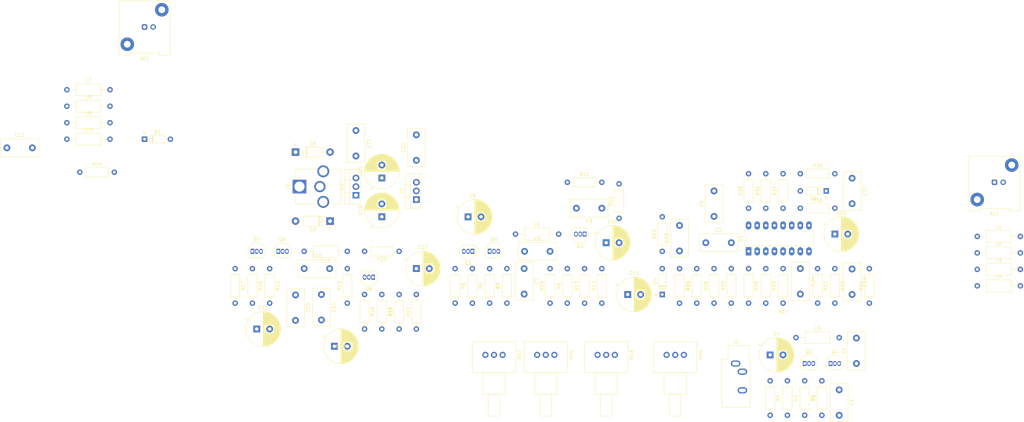
<source format=kicad_pcb>
(kicad_pcb (version 20221018) (generator pcbnew)
  (layers (0 "F.Cu" signal) (31 "B.Cu" signal) (34 "B.Paste" user) (35 "F.Paste" user) (36 "B.SilkS" user "B.Silkscreen") (37 "F.SilkS" user "F.Silkscreen") (38 "B.Mask" user) (39 "F.Mask" user) (44 "Edge.Cuts" user))
  (net 0 "")
  (net 1 "Net-(AE1-A)")
  (net 2 "Net-(AE2-A)")
  (net 3 "PitchAntenna")
  (net 4 "Detector")
  (net 5 "+12V")
  (net 6 "Net-(C3-Pad2)")
  (net 7 "Earth")
  (net 8 "Net-(Q3-C)")
  (net 9 "Net-(C9-Pad1)")
  (net 10 "Net-(C10-Pad1)")
  (net 11 "Net-(Q5-E)")
  (net 12 "Net-(D1-A)")
  (net 13 "Volume Antenna B")
  (net 14 "Net-(Q6-C)")
  (net 15 "Net-(Q7-B)")
  (net 16 "Net-(C16-Pad2)")
  (net 17 "Net-(Q8-E)")
  (net 18 "Net-(C17-Pad2)")
  (net 19 "Net-(D2-K)")
  (net 20 "Net-(D3-A)")
  (net 21 "-12V")
  (net 22 "Net-(U1C-+)")
  (net 23 "Net-(C24-Pad1)")
  (net 24 "Net-(C25-Pad1)")
  (net 25 "Net-(C25-Pad2)")
  (net 26 "Audio Out")
  (net 27 "Volume Antenna A")
  (net 28 "Net-(D1-K)")
  (net 29 "VAC")
  (net 30 "Net-(D5-K)")
  (net 31 "Net-(D5-A)")
  (net 32 "Net-(L1-Pad2)")
  (net 33 "Net-(L2-Pad2)")
  (net 34 "Net-(L3-Pad2)")
  (net 35 "Net-(L8-Pad2)")
  (net 36 "Net-(L10-Pad1)")
  (net 37 "Net-(Q1-E)")
  (net 38 "Net-(Q1-B)")
  (net 39 "Net-(Q2-B)")
  (net 40 "Net-(Q3-E)")
  (net 41 "Net-(Q3-B)")
  (net 42 "Net-(Q4-B)")
  (net 43 "Net-(Q5-B)")
  (net 44 "Net-(Q6-E)")
  (net 45 "Net-(Q6-B)")
  (net 46 "Net-(Q8-B)")
  (net 47 "Pitch Tuning")
  (net 48 "Volume Tuning")
  (net 49 "Net-(U1C--)")
  (net 50 "Brightness")
  (net 51 "Net-(U1C-DIODE_BIAS)")
  (net 52 "Waveform")
  (net 53 "Net-(R29-Pad1)")
  (net 54 "Net-(U1A-DIODE_BIAS)")
  (net 55 "Net-(R38-Pad2)")
  (footprint "Capacitor_THT:C_Disc_D11.0mm_W5.0mm_P7.50mm" (layer "F.Cu") (at 181.61 88.78 90)
    (fp_text reference "C6" (at 3.75 -3.75 90) (layer "F.SilkS"))
    (fp_text value "22pF")
    (pad "1" thru_hole circle (at 0 0 90) (size 2 2) (drill 1) (layers "*.Cu" "*.Mask") (net 8 "Net-(Q3-C)"))
    (pad "2" thru_hole circle (at 7.5 0 90) (size 2 2) (drill 1) (layers "*.Cu" "*.Mask") (net 4 "Detector"))
  )
  (footprint "Inductor_THT:L_Axial_L7.0mm_D3.3mm_P12.70mm_Horizontal_Fastron_MICC" (layer "F.Cu") (at -8.89 61.19)
    (fp_text reference "L9" (at 6.35 -2.77) (layer "F.SilkS"))
    (fp_text value "5mH")
    (pad "1" thru_hole circle (at 0 0) (size 1.6 1.6) (drill 0.8) (layers "*.Cu" "*.Mask") (net 35 "Net-(L8-Pad2)"))
    (pad "2" thru_hole oval (at 12.7 0) (size 1.6 1.6) (drill 0.8) (layers "*.Cu" "*.Mask") (net 36 "Net-(L10-Pad1)"))
  )
  (footprint "Capacitor_THT:C_Disc_D11.0mm_W5.0mm_P7.50mm" (layer "F.Cu") (at 93.98 72.26 90)
    (fp_text reference "C22" (at 3.75 -3.75 90) (layer "F.SilkS"))
    (fp_text value "0.1uF")
    (pad "1" thru_hole circle (at 0 0 90) (size 2 2) (drill 1) (layers "*.Cu" "*.Mask") (net 7 "Earth"))
    (pad "2" thru_hole circle (at 7.5 0 90) (size 2 2) (drill 1) (layers "*.Cu" "*.Mask") (net 21 "-12V"))
  )
  (footprint "Capacitor_THT:C_Disc_D11.0mm_W5.0mm_P7.50mm" (layer "F.Cu") (at 148.58 86.36 180)
    (fp_text reference "C9" (at 3.75 -3.75) (layer "F.SilkS"))
    (fp_text value "33pF")
    (pad "1" thru_hole circle (at 0 0 180) (size 2 2) (drill 1) (layers "*.Cu" "*.Mask") (net 9 "Net-(C9-Pad1)"))
    (pad "2" thru_hole circle (at 7.5 0 180) (size 2 2) (drill 1) (layers "*.Cu" "*.Mask") (net 8 "Net-(Q3-C)"))
  )
  (footprint "Resistor_THT:R_Axial_DIN0207_L6.3mm_D2.5mm_P10.16mm_Horizontal" (layer "F.Cu") (at 207.01 76.2)
    (fp_text reference "R35" (at 5.08 -2.37) (layer "F.SilkS"))
    (fp_text value "1.8M")
    (pad "1" thru_hole circle (at 0 0) (size 1.6 1.6) (drill 0.8) (layers "*.Cu" "*.Mask") (net 27 "Volume Antenna A"))
    (pad "2" thru_hole oval (at 10.16 0) (size 1.6 1.6) (drill 0.8) (layers "*.Cu" "*.Mask") (net 5 "+12V"))
  )
  (footprint "Resistor_THT:R_Axial_DIN0207_L6.3mm_D2.5mm_P10.16mm_Horizontal" (layer "F.Cu") (at 212.09 104.14 -90)
    (fp_text reference "R31" (at 5.08 -2.37 90) (layer "F.SilkS"))
    (fp_text value "4.7K")
    (pad "1" thru_hole circle (at 0 0 270) (size 1.6 1.6) (drill 0.8) (layers "*.Cu" "*.Mask") (net 23 "Net-(C24-Pad1)"))
    (pad "2" thru_hole oval (at 10.16 0 270) (size 1.6 1.6) (drill 0.8) (layers "*.Cu" "*.Mask") (net 7 "Earth"))
  )
  (footprint "Capacitor_THT:CP_Radial_D10.0mm_P3.80mm" (layer "F.Cu") (at 156.2 111.76)
    (fp_text reference "C11" (at 1.9 -6.25) (layer "F.SilkS"))
    (fp_text value "1uF")
    (pad "1" thru_hole rect (at 0 0) (size 2 2) (drill 1) (layers "*.Cu" "*.Mask") (net 11 "Net-(Q5-E)"))
    (pad "2" thru_hole circle (at 3.8 0) (size 2 2) (drill 1) (layers "*.Cu" "*.Mask") (net 7 "Earth"))
  )
  (footprint "Resistor_THT:R_Axial_DIN0207_L6.3mm_D2.5mm_P10.16mm_Horizontal" (layer "F.Cu") (at 166.37 99.06 90)
    (fp_text reference "R23" (at 5.08 -2.37 90) (layer "F.SilkS"))
    (fp_text value "10K")
    (pad "1" thru_hole circle (at 0 0 90) (size 1.6 1.6) (drill 0.8) (layers "*.Cu" "*.Mask") (net 4 "Detector"))
    (pad "2" thru_hole oval (at 10.16 0 90) (size 1.6 1.6) (drill 0.8) (layers "*.Cu" "*.Mask") (net 22 "Net-(U1C-+)"))
  )
  (footprint "Resistor_THT:R_Axial_DIN0207_L6.3mm_D2.5mm_P10.16mm_Horizontal" (layer "F.Cu") (at 181.610456 114.3 90)
    (fp_text reference "R26" (at 5.08 -2.37 90) (layer "F.SilkS"))
    (fp_text value "R_US")
    (pad "1" thru_hole circle (at 0 0 90) (size 1.6 1.6) (drill 0.8) (layers "*.Cu" "*.Mask") (net 7 "Earth"))
    (pad "2" thru_hole oval (at 10.16 0 90) (size 1.6 1.6) (drill 0.8) (layers "*.Cu" "*.Mask") (net 49 "Net-(U1C--)"))
  )
  (footprint "Resistor_THT:R_Axial_DIN0207_L6.3mm_D2.5mm_P10.16mm_Horizontal" (layer "F.Cu") (at 207.01 86.36)
    (fp_text reference "R33" (at 5.08 -2.37) (layer "F.SilkS"))
    (fp_text value "4.7K")
    (pad "1" thru_hole circle (at 0 0) (size 1.6 1.6) (drill 0.8) (layers "*.Cu" "*.Mask") (net 24 "Net-(C25-Pad1)"))
    (pad "2" thru_hole oval (at 10.16 0) (size 1.6 1.6) (drill 0.8) (layers "*.Cu" "*.Mask") (net 26 "Audio Out"))
  )
  (footprint "Potentiometer_THT:Potentiometer_Vishay_148-149_Single_Horizontal" (layer "F.Cu") (at 167.64 129.54 -90)
    (fp_text reference "RV4" (at 0 -10.04 90) (layer "F.SilkS"))
    (fp_text value "50K")
    (pad "1" thru_hole circle (at 0 0 270) (size 1.8 1.8) (drill 1) (layers "*.Cu" "*.Mask") (net 5 "+12V"))
    (pad "2" thru_hole circle (at 0 -2.54 270) (size 1.8 1.8) (drill 1) (layers "*.Cu" "*.Mask") (net 50 "Brightness"))
    (pad "3" thru_hole circle (at 0 -5.08 270) (size 1.8 1.8) (drill 1) (layers "*.Cu" "*.Mask") (net 7 "Earth"))
  )
  (footprint "Capacitor_THT:C_Disc_D11.0mm_W5.0mm_P7.50mm" (layer "F.Cu") (at 222.25 77.53 -90)
    (fp_text reference "C27" (at 3.75 -3.75 90) (layer "F.SilkS"))
    (fp_text value "0.1uF")
    (pad "1" thru_hole circle (at 0 0 270) (size 2 2) (drill 1) (layers "*.Cu" "*.Mask") (net 27 "Volume Antenna A"))
    (pad "2" thru_hole circle (at 7.5 0 270) (size 2 2) (drill 1) (layers "*.Cu" "*.Mask") (net 7 "Earth"))
  )
  (footprint "Inductor_THT:L_Axial_L7.0mm_D3.3mm_P12.70mm_Horizontal_Fastron_MICC" (layer "F.Cu") (at -8.89 56.34)
    (fp_text reference "L8" (at 6.35 -2.77) (layer "F.SilkS"))
    (fp_text value "2.5mH")
    (pad "1" thru_hole circle (at 0 0) (size 1.6 1.6) (drill 0.8) (layers "*.Cu" "*.Mask") (net 28 "Net-(D1-K)"))
    (pad "2" thru_hole oval (at 12.7 0) (size 1.6 1.6) (drill 0.8) (layers "*.Cu" "*.Mask") (net 35 "Net-(L8-Pad2)"))
  )
  (footprint "Resistor_THT:R_Axial_DIN0207_L6.3mm_D2.5mm_P10.16mm_Horizontal" (layer "F.Cu") (at 196.85 86.36 90)
    (fp_text reference "R36" (at 5.08 -2.37 90) (layer "F.SilkS"))
    (fp_text value "1.8M")
    (pad "1" thru_hole circle (at 0 0 90) (size 1.6 1.6) (drill 0.8) (layers "*.Cu" "*.Mask") (net 54 "Net-(U1A-DIODE_BIAS)"))
    (pad "2" thru_hole oval (at 10.16 0 90) (size 1.6 1.6) (drill 0.8) (layers "*.Cu" "*.Mask") (net 5 "+12V"))
  )
  (footprint "Capacitor_THT:C_Disc_D11.0mm_W5.0mm_P7.50mm" (layer "F.Cu") (at 222.25 104.26 -90)
    (fp_text reference "C26" (at 3.75 -3.75 90) (layer "F.SilkS"))
    (fp_text value "0.01uF")
    (pad "1" thru_hole circle (at 0 0 270) (size 2 2) (drill 1) (layers "*.Cu" "*.Mask") (net 26 "Audio Out"))
    (pad "2" thru_hole circle (at 7.5 0 270) (size 2 2) (drill 1) (layers "*.Cu" "*.Mask") (net 7 "Earth"))
  )
  (footprint "Capacitor_THT:C_Disc_D11.0mm_W5.0mm_P7.50mm" (layer "F.Cu") (at 171.45 98.94 90)
    (fp_text reference "C23" (at 3.75 -3.75 90) (layer "F.SilkS"))
    (fp_text value "4700pF")
    (pad "1" thru_hole circle (at 0 0 90) (size 2 2) (drill 1) (layers "*.Cu" "*.Mask") (net 22 "Net-(U1C-+)"))
    (pad "2" thru_hole circle (at 7.5 0 90) (size 2 2) (drill 1) (layers "*.Cu" "*.Mask") (net 7 "Earth"))
  )
  (footprint "Resistor_THT:R_Axial_DIN0207_L6.3mm_D2.5mm_P10.16mm_Horizontal" (layer "F.Cu") (at 93.98 121.92 90)
    (fp_text reference "R22" (at 5.08 -2.37 90) (layer "F.SilkS"))
    (fp_text value "10K")
    (pad "1" thru_hole circle (at 0 0 90) (size 1.6 1.6) (drill 0.8) (layers "*.Cu" "*.Mask") (net 21 "-12V"))
    (pad "2" thru_hole oval (at 10.16 0 90) (size 1.6 1.6) (drill 0.8) (layers "*.Cu" "*.Mask") (net 18 "Net-(C17-Pad2)"))
  )
  (footprint "Resistor_THT:R_Axial_DIN0207_L6.3mm_D2.5mm_P10.16mm_Horizontal" (layer "F.Cu") (at 105.39 104.14 -90)
    (fp_text reference "R8" (at 5.08 -2.37 90) (layer "F.SilkS"))
    (fp_text value "1K")
    (pad "1" thru_hole circle (at 0 0 270) (size 1.6 1.6) (drill 0.8) (layers "*.Cu" "*.Mask") (net 42 "Net-(Q4-B)"))
    (pad "2" thru_hole oval (at 10.16 0 270) (size 1.6 1.6) (drill 0.8) (layers "*.Cu" "*.Mask") (net 7 "Earth"))
  )
  (footprint "Connector_Audio:Jack_3.5mm_CUI_SJ1-3533NG_Horizontal" (layer "F.Cu") (at 187.96 132.08)
    (fp_text reference "J1" (at 0.1 -6.45) (layer "F.SilkS"))
    (fp_text value "Audio Out")
    (pad "R" thru_hole oval (at 2 7.9) (size 2.8 1.8) (drill oval 2 1) (layers "*.Cu" "*.Mask"))
    (pad "S" thru_hole oval (at 0 0) (size 2.8 1.8) (drill oval 2 1) (layers "*.Cu" "*.Mask") (net 7 "Earth"))
    (pad "T" thru_hole oval (at 2 2.4) (size 2.8 1.8) (drill oval 2 1) (layers "*.Cu" "*.Mask") (net 26 "Audio Out"))
  )
  (footprint "Capacitor_THT:CP_Radial_D10.0mm_P3.80mm" (layer "F.Cu") (at 69.86 127)
    (fp_text reference "C18" (at 1.9 0) (layer "F.SilkS"))
    (fp_text value "1uF")
    (pad "1" thru_hole rect (at 0 0) (size 2 2) (drill 1) (layers "*.Cu" "*.Mask") (net 17 "Net-(Q8-E)"))
    (pad "2" thru_hole circle (at 3.8 0) (size 2 2) (drill 1) (layers "*.Cu" "*.Mask") (net 7 "Earth"))
  )
  (footprint "Package_TO_SOT_THT:TO-220-3_Vertical" (layer "F.Cu") (at 93.98 83.82 90)
    (fp_text reference "U2" (at 2.54 -4.27 90) (layer "F.SilkS"))
    (fp_text value "L7812")
    (pad "1" thru_hole rect (at 0 0 90) (size 1.905 2) (drill 1.1) (layers "*.Cu" "*.Mask") (net 19 "Net-(D2-K)"))
    (pad "2" thru_hole oval (at 2.54 0 90) (size 1.905 2) (drill 1.1) (layers "*.Cu" "*.Mask") (net 7 "Earth"))
    (pad "3" thru_hole oval (at 5.08 0 90) (size 1.905 2) (drill 1.1) (layers "*.Cu" "*.Mask") (net 5 "+12V"))
  )
  (footprint "Potentiometer_THT:Potentiometer_Vishay_148-149_Single_Horizontal" (layer "F.Cu") (at 147.32 129.54 -90)
    (fp_text reference "RV3" (at 0 -10.04 90) (layer "F.SilkS"))
    (fp_text value "50K")
    (pad "1" thru_hole circle (at 0 0 270) (size 1.8 1.8) (drill 1) (layers "*.Cu" "*.Mask") (net 7 "Earth"))
    (pad "2" thru_hole circle (at 0 -2.54 270) (size 1.8 1.8) (drill 1) (layers "*.Cu" "*.Mask") (net 52 "Waveform"))
    (pad "3" thru_hole circle (at 0 -5.08 270) (size 1.8 1.8) (drill 1) (layers "*.Cu" "*.Mask") (net 21 "-12V"))
  )
  (footprint "Resistor_THT:R_Axial_DIN0207_L6.3mm_D2.5mm_P10.16mm_Horizontal" (layer "F.Cu") (at 201.93 114.3 90)
    (fp_text reference "R27" (at -2.54 0) (layer "F.SilkS"))
    (fp_text value "100K")
    (pad "1" thru_hole circle (at 0 0 90) (size 1.6 1.6) (drill 0.8) (layers "*.Cu" "*.Mask") (net 50 "Brightness"))
    (pad "2" thru_hole oval (at 10.16 0 90) (size 1.6 1.6) (drill 0.8) (layers "*.Cu" "*.Mask") (net 51 "Net-(U1C-DIODE_BIAS)"))
  )
  (footprint "Package_TO_SOT_THT:TO-92_Inline" (layer "F.Cu") (at 143.5 93.98 180)
    (fp_text reference "Q5" (at 1.27 -3.56) (layer "F.SilkS"))
    (fp_text value "2N3904")
    (pad "1" thru_hole rect (at 0 0 180) (size 1.05 1.5) (drill 0.75) (layers "*.Cu" "*.Mask") (net 11 "Net-(Q5-E)"))
    (pad "2" thru_hole oval (at 1.27 0 180) (size 1.05 1.5) (drill 0.75) (layers "*.Cu" "*.Mask") (net 43 "Net-(Q5-B)"))
    (pad "3" thru_hole oval (at 2.54 0 180) (size 1.05 1.5) (drill 0.75) (layers "*.Cu" "*.Mask") (net 8 "Net-(Q3-C)"))
  )
  (footprint "Inductor_THT:L_Axial_L7.0mm_D3.3mm_P12.70mm_Horizontal_Fastron_MICC" (layer "F.Cu") (at 205.74 124.46)
    (fp_text reference "L5" (at 6.35 -2.77) (layer "F.SilkS"))
    (fp_text value "100uH")
    (pad "1" thru_hole circle (at 0 0) (size 1.6 1.6) (drill 0.8) (layers "*.Cu" "*.Mask") (net 5 "+12V"))
    (pad "2" thru_hole oval (at 12.7 0) (size 1.6 1.6) (drill 0.8) (layers "*.Cu" "*.Mask") (net 3 "PitchAntenna"))
  )
  (footprint "Capacitor_THT:C_Disc_D11.0mm_W5.0mm_P7.50mm" (layer "F.Cu") (at 218.44 139.82 -90)
    (fp_text reference "C3" (at 3.75 -3.75 90) (layer "F.SilkS"))
    (fp_text value "0.01uF")
    (pad "1" thru_hole circle (at 0 0 270) (size 2 2) (drill 1) (layers "*.Cu" "*.Mask") (net 3 "PitchAntenna"))
    (pad "2" thru_hole circle (at 7.5 0 270) (size 2 2) (drill 1) (layers "*.Cu" "*.Mask") (net 6 "Net-(C3-Pad2)"))
  )
  (footprint "Connector_Coaxial:BNC_Amphenol_031-5539_Vertical" (layer "F.Cu") (at 13.97 33.02)
    (fp_text reference "AE1" (at 0 9.25 180) (layer "F.SilkS"))
    (fp_text value "Antenna")
    (pad "" thru_hole circle (at -5.08 5.08 180) (size 4 4) (drill 2) (layers "*.Cu" "*.Mask"))
    (pad "" thru_hole circle (at 5.08 -5.08 180) (size 4 4) (drill 2) (layers "*.Cu" "*.Mask"))
    (pad "1" thru_hole roundrect (at 0 0 180) (size 1.6 1.6) (drill 0.9) (layers "*.Cu" "*.Mask") (net 1 "Net-(AE1-A)"))
    (pad "2" thru_hole circle (at 2.54 0 180) (size 1.6 1.6) (drill 0.9) (layers "*.Cu" "*.Mask"))
  )
  (footprint "Resistor_THT:R_Axial_DIN0207_L6.3mm_D2.5mm_P10.16mm_Horizontal" (layer "F.Cu") (at 40.64 104.14 -90)
    (fp_text reference "R17" (at 5.08 -2.37 90) (layer "F.SilkS"))
    (fp_text value "470")
    (pad "1" thru_hole circle (at 0 0 270) (size 1.6 1.6) (drill 0.8) (layers "*.Cu" "*.Mask") (net 13 "Volume Antenna B"))
    (pad "2" thru_hole oval (at 10.16 0 270) (size 1.6 1.6) (drill 0.8) (layers "*.Cu" "*.Mask") (net 7 "Earth"))
  )
  (footprint "Capacitor_THT:C_Disc_D11.0mm_W5.0mm_P7.50mm" (layer "F.Cu") (at 223.52 132.08 90)
    (fp_text reference "C1" (at 3.75 -3.75 90) (layer "F.SilkS"))
    (fp_text value "22pF")
    (pad "1" thru_hole circle (at 0 0 90) (size 2 2) (drill 1) (layers "*.Cu" "*.Mask") (net 3 "PitchAntenna"))
    (pad "2" thru_hole circle (at 7.5 0 90) (size 2 2) (drill 1) (layers "*.Cu" "*.Mask") (net 4 "Detector"))
  )
  (footprint "Package_TO_SOT_THT:TO-220-3_Vertical" (layer "F.Cu") (at 76.2 82.54 90)
    (fp_text reference "U3" (at 2.54 -4.27 90) (layer "F.SilkS"))
    (fp_text value "L7912")
    (pad "1" thru_hole rect (at 0 0 90) (size 1.905 2) (drill 1.1) (layers "*.Cu" "*.Mask") (net 7 "Earth"))
    (pad "2" thru_hole oval (at 2.54 0 90) (size 1.905 2) (drill 1.1) (layers "*.Cu" "*.Mask") (net 20 "Net-(D3-A)"))
    (pad "3" thru_hole oval (at 5.08 0 90) (size 1.905 2) (drill 1.1) (layers "*.Cu" "*.Mask") (net 21 "-12V"))
  )
  (footprint "Resistor_THT:R_Axial_DIN0207_L6.3mm_D2.5mm_P10.16mm_Horizontal" (layer "F.Cu") (at 201.93 86.36 90)
    (fp_text reference "R37" (at 5.08 -2.37 90) (layer "F.SilkS"))
    (fp_text value "4.7M")
    (pad "1" thru_hole circle (at 0 0 90) (size 1.6 1.6) (drill 0.8) (layers "*.Cu" "*.Mask") (net 31 "Net-(D5-A)"))
    (pad "2" thru_hole oval (at 10.16 0 90) (size 1.6 1.6) (drill 0.8) (layers "*.Cu" "*.Mask") (net 27 "Volume Antenna A"))
  )
  (footprint "Resistor_THT:R_Axial_DIN0207_L6.3mm_D2.5mm_P10.16mm_Horizontal" (layer "F.Cu") (at 198.12 137.16 -90)
    (fp_text reference "R4" (at 5.08 -2.37 90) (layer "F.SilkS"))
    (fp_text value "1K")
    (pad "1" thru_hole circle (at 0 0 270) (size 1.6 1.6) (drill 0.8) (layers "*.Cu" "*.Mask") (net 39 "Net-(Q2-B)"))
    (pad "2" thru_hole oval (at 10.16 0 270) (size 1.6 1.6) (drill 0.8) (layers "*.Cu" "*.Mask") (net 7 "Earth"))
  )
  (footprint "Capacitor_THT:C_Disc_D11.0mm_W5.0mm_P7.50mm" (layer "F.Cu") (at 60.96 104.14)
    (fp_text reference "C16" (at 3.75 -3.75) (layer "F.SilkS"))
    (fp_text value "22pF")
    (pad "1" thru_hole circle (at 0 0) (size 2 2) (drill 1) (layers "*.Cu" "*.Mask") (net 14 "Net-(Q6-C)"))
    (pad "2" thru_hole circle (at 7.5 0) (size 2 2) (drill 1) (layers "*.Cu" "*.Mask") (net 16 "Net-(C16-Pad2)"))
  )
  (footprint "Diode_THT:D_DO-35_SOD27_P7.62mm_Horizontal" (layer "F.Cu") (at 13.97 66.04)
    (fp_text reference "D1" (at 3.81 -2.12) (layer "F.SilkS"))
    (fp_text value "1N4148")
    (fp_text user "K" (at 0 -1.8) (layer "F.SilkS"))
    (pad "1" thru_hole rect (at 0 0) (size 1.6 1.6) (drill 0.8) (layers "*.Cu" "*.Mask") (net 28 "Net-(D1-K)"))
    (pad "2" thru_hole oval (at 7.62 0) (size 1.6 1.6) (drill 0.8) (layers "*.Cu" "*.Mask") (net 12 "Net-(D1-A)"))
  )
  (footprint "Resistor_THT:R_Axial_DIN0207_L6.3mm_D2.5mm_P10.16mm_Horizontal" (layer "F.Cu") (at 203.2 137.16 -90)
    (fp_text reference "R2" (at 5.08 -2.37 90) (layer "F.SilkS"))
    (fp_text value "2.2K")
    (pad "1" thru_hole circle (at 0 0 270) (size 1.6 1.6) (drill 0.8) (layers "*.Cu" "*.Mask") (net 37 "Net-(Q1-E)"))
    (pad "2" thru_hole oval (at 10.16 0 270) (size 1.6 1.6) (drill 0.8) (layers "*.Cu" "*.Mask") (net 21 "-12V"))
  )
  (footprint "Capacitor_THT:C_Disc_D11.0mm_W5.0mm_P7.50mm" (layer "F.Cu") (at 66.04 111.76 -90)
    (fp_text reference "C14" (at 3.75 -3.75 90) (layer "F.SilkS"))
    (fp_text value "2200pF")
    (pad "1" thru_hole circle (at 0 0 270) (size 2 2) (drill 1) (layers "*.Cu" "*.Mask") (net 14 "Net-(Q6-C)"))
    (pad "2" thru_hole circle (at 7.5 0 270) (size 2 2) (drill 1) (layers "*.Cu" "*.Mask") (net 15 "Net-(Q7-B)"))
  )
  (footprint "Capacitor_THT:CP_Radial_D10.0mm_P3.80mm" (layer "F.Cu") (at 47 121.92)
    (fp_text reference "C13" (at 1.9 -6.25) (layer "F.SilkS"))
    (fp_text value "1uF")
    (pad "1" thru_hole rect (at 0 0) (size 2 2) (drill 1) (layers "*.Cu" "*.Mask") (net 5 "+12V"))
    (pad "2" thru_hole circle (at 3.8 0) (size 2 2) (drill 1) (layers "*.Cu" "*.Mask") (net 7 "Earth"))
  )
  (footprint "Capacitor_THT:C_Disc_D11.0mm_W5.0mm_P7.50mm" (layer "F.Cu") (at 76.2 63.5 -90)
    (fp_text reference "C21" (at 3.75 -3.75 -270) (layer "F.SilkS"))
    (fp_text value "0.1uF")
    (pad "1" thru_hole circle (at 0 0 270) (size 2 2) (drill 1) (layers "*.Cu" "*.Mask") (net 5 "+12V"))
    (pad "2" thru_hole circle (at 7.5 0 270) (size 2 2) (drill 1) (layers "*.Cu" "*.Mask") (net 7 "Earth"))
  )
  (footprint "Capacitor_THT:CP_Radial_D10.0mm_P3.80mm" (layer "F.Cu") (at 149.86 96.52)
    (fp_text reference "C10" (at 1.9 -6.25) (layer "F.SilkS"))
    (fp_text value "1uF")
    (pad "1" thru_hole rect (at 0 0) (size 2 2) (drill 1) (layers "*.Cu" "*.Mask") (net 10 "Net-(C10-Pad1)"))
    (pad "2" thru_hole circle (at 3.8 0) (size 2 2) (drill 1) (layers "*.Cu" "*.Mask") (net 11 "Net-(Q5-E)"))
  )
  (footprint "Potentiometer_THT:Potentiometer_Vishay_148-149_Single_Horizontal" (layer "F.Cu") (at 129.54 129.54 -90)
    (fp_text reference "RV1" (at 0 -10.04 90) (layer "F.SilkS"))
    (fp_text value "5K")
    (pad "1" thru_hole circle (at 0 0 270) (size 1.8 1.8) (drill 1) (layers "*.Cu" "*.Mask") (net 7 "Earth"))
    (pad "2" thru_hole circle (at 0 -2.54 270) (size 1.8 1.8) (drill 1) (layers "*.Cu" "*.Mask") (net 47 "Pitch Tuning"))
    (pad "3" thru_hole circle (at 0 -5.08 270) (size 1.8 1.8) (drill 1) (layers "*.Cu" "*.Mask") (net 21 "-12V"))
  )
  (footprint "Capacitor_THT:CP_Radial_D10.0mm_P3.80mm" (layer "F.Cu") (at 198.12 129.54)
    (fp_text reference "C4" (at 1.9 -6.25) (layer "F.SilkS"))
    (fp_text value "1uF")
    (pad "1" thru_hole rect (at 0 0) (size 2 2) (drill 1) (layers "*.Cu" "*.Mask") (net 5 "+12V"))
    (pad "2" thru_hole circle (at 3.8 0) (size 2 2) (drill 1) (layers "*.Cu" "*.Mask") (net 7 "Earth"))
  )
  (footprint "Inductor_THT:L_Axial_L7.0mm_D3.3mm_P12.70mm_Horizontal_Fastron_MICC" (layer "F.Cu") (at -8.89 66.04)
    (fp_text reference "L10" (at 6.35 -2.77) (layer "F.SilkS"))
    (fp_text value "5mH")
    (pad "1" thru_hole circle (at 0 0) (size 1.6 1.6) (drill 0.8) (layers "*.Cu" "*.Mask") (net 36 "Net-(L10-Pad1)"))
    (pad "2" thru_hole oval (at 12.7 0) (size 1.6 1.6) (drill 0.8) (layers "*.Cu" "*.Mask") (net 1 "Net-(AE1-A)"))
  )
  (footprint "Connector_Coaxial:BNC_Amphenol_031-5539_Vertical" (layer "F.Cu") (at 264.16 78.74)
    (fp_text reference "AE2" (at 0 9.25 180) (layer "F.SilkS"))
    (fp_text value "Antenna")
    (pad "" thru_hole circle (at -5.08 5.08 180) (size 4 4) (drill 2) (layers "*.Cu" "*.Mask"))
    (pad "" thru_hole circle (at 5.08 -5.08 180) (size 4 4) (drill 2) (layers "*.Cu" "*.Mask"))
    (pad "1" thru_hole roundrect (at 0 0 180) (size 1.6 1.6) (drill 0.9) (layers "*.Cu" "*.Mask") (net 2 "Net-(AE2-A)"))
    (pad "2" thru_hole circle (at 2.54 0 180) (size 1.6 1.6) (drill 0.9) (layers "*.Cu" "*.Mask"))
  )
  (footprint "Capacitor_THT:CP_Radial_D10.0mm_P3.80mm" (layer "F.Cu") (at 217.17 93.98)
    (fp_text reference "C25" (at 1.9 -6.25) (layer "F.SilkS"))
    (fp_text value "1uF")
    (pad "1" thru_hole rect (at 0 0) (size 2 2) (drill 1) (layers "*.Cu" "*.Mask") (net 24 "Net-(C25-Pad1)"))
    (pad "2" thru_hole circle (at 3.8 0) (size 2 2) (drill 1) (layers "*.Cu" "*.Mask") (net 25 "Net-(C25-Pad2)"))
  )
  (footprint "Capacitor_THT:C_Disc_D11.0mm_W5.0mm_P7.50mm" (layer "F.Cu") (at 58.42 111.88 -90)
    (fp_text reference "C15" (at 3.75 -3.75 90) (layer "F.SilkS"))
    (fp_text value "0.01uF")
    (pad "1" thru_hole circle (at 0 0 270) (size 2 2) (drill 1) (layers "*.Cu" "*.Mask") (net 15 "Net-(Q7-B)"))
    (pad "2" thru_hole circle (at 7.5 0 270) (size 2 2) (drill 1) (layers "*.Cu" "*.Mask") (net 7 "Earth"))
  )
  (footprint "Potentiometer_THT:Potentiometer_Vishay_148-149_Single_Horizontal" (layer "F.Cu") (at 114.3 129.54 -90)
    (fp_text reference "RV2" (at 0 -10.04 90) (layer "F.SilkS"))
    (fp_text value "5K")
    (pad "1" thru_hole circle (at 0 0 270) (size 1.8 1.8) (drill 1) (layers "*.Cu" "*.Mask") (net 7 "Earth"))
    (pad "2" thru_hole circle (at 0 -2.54 270) (size 1.8 1.8) (drill 1) (layers "*.Cu" "*.Mask") (net 48 "Volume Tuning"))
    (pad "3" thru_hole circle (at 0 -5.08 270) (size 1.8 1.8) (drill 1) (layers "*.Cu" "*.Mask") (net 21 "-12V"))
  )
  (footprint "Resistor_THT:R_Axial_DIN0207_L6.3mm_D2.5mm_P10.16mm_Horizontal" (layer "F.Cu") (at -5.08 75.765872)
    (fp_text reference "R14" (at 5.08 -2.37) (layer "F.SilkS"))
    (fp_text value "560K")
    (pad "1" thru_hole circle (at 0 0) (size 1.6 1.6) (drill 0.8) (layers "*.Cu" "*.Mask"))
    (pad "2" thru_hole oval (at 10.16 0) (size 1.6 1.6) (drill 0.8) (layers "*.Cu" "*.Mask"))
  )
  (footprint "Capacitor_THT:CP_Radial_D10.0mm_P3.80mm" (layer "F.Cu") (at 109.22 88.9)
    (fp_text reference "C8" (at 1.26 -6.25) (layer "F.SilkS"))
    (fp_text value "1uF")
    (pad "1" thru_hole rect (at 0 0) (size 2 2) (drill 1) (layers "*.Cu" "*.Mask") (net 5 "+12V"))
    (pad "2" thru_hole circle (at 3.8 0) (size 2 2) (drill 1) (layers "*.Cu" "*.Mask") (net 7 "Earth"))
  )
  (footprint "Resistor_THT:R_Axial_DIN0207_L6.3mm_D2.5mm_P10.16mm_Horizontal" (layer "F.Cu") (at 83.82 111.76 -90)
    (fp_text reference "R18" (at 5.08 -2.37 90) (layer "F.SilkS"))
    (fp_text value "2.7K")
    (pad "1" thru_hole circle (at 0 0 270) (size 1.6 1.6) (drill 0.8) (layers "*.Cu" "*.Mask") (net 17 "Net-(Q8-E)"))
    (pad "2" thru_hole oval (at 10.16 0 270) (size 1.6 1.6) (drill 0.8) (layers "*.Cu" "*.Mask") (net 48 "Volume Tuning"))
  )
  (footprint "Capacitor_THT:C_Disc_D11.0mm_W5.0mm_P7.50mm" (layer "F.Cu") (at 125.84 99.06)
    (fp_text reference "C5" (at 3.75 -3.75) (layer "F.SilkS"))
    (fp_text value "3900pF")
    (pad "1" thru_hole circle (at 0 0) (size 2 2) (drill 1) (layers "*.Cu" "*.Mask") (net 5 "+12V"))
    (pad "2" thru_hole circle (at 7.5 0) (size 2 2) (drill 1) (layers "*.Cu" "*.Mask") (net 8 "Net-(Q3-C)"))
  )
  (footprint "Inductor_THT:L_Axial_L7.0mm_D3.3mm_P12.70mm_Horizontal_Fastron_MICC" (layer "F.Cu") (at 259.08 109.22)
    (fp_text reference "L4" (at 6.35 -2.77) (layer "F.SilkS"))
    (fp_text value "10mH")
    (pad "1" thru_hole circle (at 0 0) (size 1.6 1.6) (drill 0.8) (layers "*.Cu" "*.Mask") (net 34 "Net-(L3-Pad2)"))
    (pad "2" thru_hole oval (at 12.7 0) (size 1.6 1.6) (drill 0.8) (layers "*.Cu" "*.Mask") (net 3 "PitchAntenna"))
  )
  (footprint "Resistor_THT:R_Axial_DIN0207_L6.3mm_D2.5mm_P10.16mm_Horizontal" (layer "F.Cu") (at 171.45 104.14 -90)
    (fp_text reference "R24" (at 5.08 -2.37 90) (layer "F.SilkS"))
    (fp_text value "4.7K")
    (pad "1" thru_hole circle (at 0 0 270) (size 1.6 1.6) (drill 0.8) (layers "*.Cu" "*.Mask") (net 22 "Net-(U1C-+)"))
    (pad "2" thru_hole oval (at 10.16 0 270) (size 1.6 1.6) (drill 0.8) (layers "*.Cu" "*.Mask") (net 7 "Earth"))
  )
  (footprint "Resistor_THT:R_Axial_DIN0207_L6.3mm_D2.5mm_P10.16mm_Horizontal" (layer "F.Cu") (at 110.47 104.14 -90)
    (fp_text reference "R6" (at 5.08 -2.37 90) (layer "F.SilkS"))
    (fp_text value "2.2K")
    (pad "1" thru_hole circle (at 0 0 270) (size 1.6 1.6) (drill 0.8) (layers "*.Cu" "*.Mask") (net 40 "Net-(Q3-E)"))
    (pad "2" thru_hole oval (at 10.16 0 270) (size 1.6 1.6) (drill 0.8) (layers "*.Cu" "*.Mask") (net 21 "-12V"))
  )
  (footprint "Inductor_THT:L_Axial_L7.0mm_D3.3mm_P12.70mm_Horizontal_Fastron_MICC" (layer "F.Cu") (at 259.08 94.67)
    (fp_text reference "L1" (at 6.35 -2.77) (layer "F.SilkS"))
    (fp_text value "10mH")
    (pad "1" thru_hole circle (at 0 0) (size 1.6 1.6) (drill 0.8) (layers "*.Cu" "*.Mask") (net 2 "Net-(AE2-A)"))
    (pad "2" thru_hole oval (at 12.7 0) (size 1.6 1.6) (drill 0.8) (layers "*.Cu" "*.Mask") (net 32 "Net-(L1-Pad2)"))
  )
  (footprint "Resistor_THT:R_Axial_DIN0207_L6.3mm_D2.5mm_P10.16mm_Horizontal" (layer "F.Cu") (at 196.85 104.14 -90)
    (fp_text reference "R30" (at 5.08 -2.37 90) (layer "F.SilkS"))
    (fp_text value "47K")
    (pad "1" thru_hole circle (at 0 0 270) (size 1.6 1.6) (drill 0.8) (layers "*.Cu" "*.Mask") (net 53 "Net-(R29-Pad1)"))
    (pad "2" thru_hole oval (at 10.16 0 270) (size 1.6 1.6) (drill 0.8) (layers "*.Cu" "*.Mask") (net 30 "Net-(D5-K)"))
  )
  (footprint "Resistor_THT:R_Axial_DIN0207_L6.3mm_D2.5mm_P10.16mm_Horizontal" (layer "F.Cu") (at 73.66 114.3 90)
    (fp_text reference "R19" (at 5.08 -2.37 90) (layer "F.SilkS"))
    (fp_text value "470")
    (pad "1" thru_hole circle (at 0 0 90) (size 1.6 1.6) (drill 0.8) (layers "*.Cu" "*.Mask") (net 46 "Net-(Q8-B)"))
    (pad "2" thru_hole oval (at 10.16 0 90) (size 1.6 1.6) (drill 0.8) (layers "*.Cu" "*.Mask") (net 16 "Net-(C16-Pad2)"))
  )
  (footprint "Capacitor_THT:CP_Radial_D10.0mm_P3.80mm" (layer "F.Cu") (at 83.82 88.88 90)
    (fp_text reference "C19" (at 1.9 -6.25 90) (layer "F.SilkS"))
    (fp_text value "2200uF")
    (pad "1" thru_hole rect (at 0 0 90) (size 2 2) (drill 1) (layers "*.Cu" "*.Mask") (net 19 "Net-(D2-K)"))
    (pad "2" thru_hole circle (at 3.8 0 90) (size 2 2) (drill 1) (layers "*.Cu" "*.Mask") (net 7 "Earth"))
  )
  (footprint "Diode_THT:D_DO-35_SOD27_P7.62mm_Horizontal" (layer "F.Cu") (at 166.37 111.76 90)
    (fp_text reference "D4" (at 3.81 -2.12 90) (layer "F.SilkS"))
    (fp_text value "1N4148")
    (fp_text user "K" (at 0 -1.8 90) (layer "F.SilkS"))
    (pad "1" thru_hole rect (at 0 0 90) (size 1.6 1.6) (drill 0.8) (layers "*.Cu" "*.Mask") (net 7 "Earth"))
    (pad "2" thru_hole oval (at 7.62 0 90) (size 1.6 1.6) (drill 0.8) (layers "*.Cu" "*.Mask") (net 4 "Detector"))
  )
  (footprint "Resistor_THT:R_Axial_DIN0207_L6.3mm_D2.5mm_P10.16mm_Horizontal" (layer "F.Cu") (at 191.77 86.36 90)
    (fp_text reference "R38" (at 5.08 -2.37 90) (layer "F.SilkS"))
    (fp_text value "47K")
    (pad "1" thru_hole circle (at 0 0 90) (size 1.6 1.6) (drill 0.8) (layers "*.Cu" "*.Mask") (net 5 "+12V"))
    (pad "2" thru_hole oval (at 10.16 0 90) (size 1.6 1.6) (drill 0.8) (layers "*.Cu" "*.Mask") (net 55 "Net-(R38-Pad2)"))
  )
  (footprint "Capacitor_THT:C_Disc_D11.0mm_W5.0mm_P7.50mm" (layer "F.Cu") (at 125.72 104.14 -90)
    (fp_text reference "C7" (at 3.75 -3.75 90) (layer "F.SilkS"))
    (fp_text value "0.01uF")
    (pad "1" thru_hole circle (at 0 0 270) (size 2 2) (drill 1) (layers "*.Cu" "*.Mask") (net 8 "Net-(Q3-C)"))
    (pad "2" thru_hole circle (at 7.5 0 270) (size 2 2) (drill 1) (layers "*.Cu" "*.Mask") (net 5 "+12V"))
  )
  (footprint "Package_TO_SOT_THT:TO-92_Inline" (layer "F.Cu") (at 45.72 99.06)
    (fp_text reference "Q7" (at 1.27 -3.56) (layer "F.SilkS"))
    (fp_text value "2N3904")
    (pad "1" thru_hole rect (at 0 0) (size 1.05 1.5) (drill 0.75) (layers "*.Cu" "*.Mask") (net 44 "Net-(Q6-E)"))
    (pad "2" thru_hole oval (at 1.27 0) (size 1.05 1.5) (drill 0.75) (layers "*.Cu" "*.Mask") (net 15 "Net-(Q7-B)"))
    (pad "3" thru_hole oval (at 2.54 0) (size 1.05 1.5) (drill 0.75) (layers "*.Cu" "*.Mask") (net 5 "+12V"))
  )
  (footprint "Inductor_THT:L_Axial_L7.0mm_D3.3mm_P12.70mm_Horizontal_Fastron_MICC" (layer "F.Cu") (at -8.89 51.49)
    (fp_text reference "L7" (at 6.35 -2.77) (layer "F.SilkS"))
    (fp_text value "2.5mH")
    (pad "1" thru_hole circle (at 0 0) (size 1.6 1.6) (drill 0.8) (layers "*.Cu" "*.Mask") (net 13 "Volume Antenna B"))
    (pad "2" thru_hole oval (at 12.7 0) (size 1.6 1.6) (drill 0.8) (layers "*.Cu" "*.Mask") (net 28 "Net-(D1-K)"))
  )
  (footprint "Resistor_THT:R_Axial_DIN0207_L6.3mm_D2.5mm_P10.16mm_Horizontal" (layer "F.Cu") (at 176.53 114.3 90)
    (fp_text reference "R28" (at 5.08 -2.37 90) (layer "F.SilkS"))
    (fp_text value "150K")
    (pad "1" thru_hole circle (at 0 0 90) (size 1.6 1.6) (drill 0.8) (layers "*.Cu" "*.Mask") (net 52 "Waveform"))
    (pad "2" thru_hole oval (at 10.16 0 90) (size 1.6 1.6) (drill 0.8) (layers "*.Cu" "*.Mask") (net 49 "Net-(U1C--)"))
  )
  (footprint "Resistor_THT:R_Axial_DIN0207_L6.3mm_D2.5mm_P10.16mm_Horizontal" (layer "F.Cu") (at 143.5 114.3 90)
    (fp_text reference "R13" (at 5.08 -2.37 90) (layer "F.SilkS"))
    (fp_text value "2.5K")
    (pad "1" thru_hole circle (at 0 0 90) (size 1.6 1.6) (drill 0.8) (layers "*.Cu" "*.Mask") (net 7 "Earth"))
    (pad "2" thru_hole oval (at 10.16 0 90) (size 1.6 1.6) (drill 0.8) (layers "*.Cu" "*.Mask") (net 10 "Net-(C10-Pad1)"))
  )
  (footprint "Resistor_THT:R_Axial_DIN0207_L6.3mm_D2.5mm_P10.16mm_Horizontal" (layer "F.Cu") (at 88.9 121.92 90)
    (fp_text reference "R21" (at 5.08 -2.37 90) (layer "F.SilkS"))
    (fp_text value "2.2K")
    (pad "1" thru_hole circle (at 0 0 90) (size 1.6 1.6) (drill 0.8) (layers "*.Cu" "*.Mask") (net 7 "Earth"))
    (pad "2" thru_hole oval (at 10.16 0 90) (size 1.6 1.6) (drill 0.8) (layers "*.Cu" "*.Mask") (net 18 "Net-(C17-Pad2)"))
  )
  (footprint "Package_TO_SOT_THT:TO-92_Inline" (layer "F.Cu") (at 110.48 99.06 180)
    (fp_text reference "Q3" (at 1.27 -3.56) (layer "F.SilkS"))
    (fp_text value "2N3904")
    (pad "1" thru_hole rect (at 0 0 180) (size 1.05 1.5) (drill 0.75) (layers "*.Cu" "*.Mask") (net 40 "Net-(Q3-E)"))
    (pad "2" thru_hole oval (at 1.27 0 180) (size 1.05 1.5) (drill 0.75) (layers "*.Cu" "*.Mask") (net 41 "Net-(Q3-B)"))
    (pad "3" thru_hole oval (at 2.54 0 180) (size 1.05 1.5) (drill 0.75) (layers "*.Cu" "*.Mask") (net 8 "Net-(Q3-C)"))
  )
  (footprint "Package_TO_SOT_THT:TO-92_Inline" (layer "F.Cu") (at 53.34 99.06)
    (fp_text reference "Q6" (at 1.27 -3.56) (layer "F.SilkS"))
    (fp_text value "2N3904")
    (pad "1" thru_hole rect (at 0 0) (size 1.05 1.5) (drill 0.75) (layers "*.Cu" "*.Mask") (net 44 "Net-(Q6-E)"))
    (pad "2" thru_hole oval (at 1.27 0) (size 1.05 1.5) (drill 0.75) (layers "*.Cu" "*.Mask") (net 45 "Net-(Q6-B)"))
    (pad "3" thru_hole oval (at 2.54 0) (size 1.05 1.5) (drill 0.75) (layers "*.Cu" "*.Mask") (net 14 "Net-(Q6-C)"))
  )
  (footprint "Resistor_THT:R_Axial_DIN0207_L6.3mm_D2.5mm_P10.16mm_Horizontal" (layer "F.Cu") (at 88.9 99.06 180)
    (fp_text reference "R20" (at 5.08 -2.37) (layer "F.SilkS"))
    (fp_text value "33")
    (pad "1" thru_hole circle (at 0 0 180) (size 1.6 1.6) (drill 0.8) (layers "*.Cu" "*.Mask") (net 18 "Net-(C17-Pad2)"))
    (pad "2" thru_hole oval (at 10.16 0 180) (size 1.6 1.6) (drill 0.8) (layers "*.Cu" "*.Mask") (net 16 "Net-(C16-Pad2)"))
  )
  (footprint "Resistor_THT:R_Axial_DIN0207_L6.3mm_D2.5mm_P10.16mm_Horizontal" (layer "F.Cu") (at 213.36 147.32 90)
    (fp_text reference "R3" (at 5.08 -2.37 90) (layer "F.SilkS"))
    (fp_text value "47K")
    (pad "1" thru_hole circle (at 0 0 90) (size 1.6 1.6) (drill 0.8) (layers "*.Cu" "*.Mask") (net 6 "Net-(C3-Pad2)"))
    (pad "2" thru_hole oval (at 10.16 0 90) (size 1.6 1.6) (drill 0.8) (layers "*.Cu" "*.Mask") (net 39 "Net-(Q2-B)"))
  )
  (footprint "Resistor_THT:R_Axial_DIN0207_L6.3mm_D2.5mm_P10.16mm_Horizontal" (layer "F.Cu") (at 138.42 114.3 90)
    (fp_text reference "R9" (at 5.08 -2.37 90) (layer "F.SilkS"))
    (fp_text value "10K")
    (pad "1" thru_hole circle (at 0 0 90) (size 1.6 1.6) (drill 0.8) (layers "*.Cu" "*.Mask") (net 11 "Net-(Q5-E)"))
    (pad "2" thru_hole oval (at 10.16 0 90) (size 1.6 1.6) (drill 0.8) (layers "*.Cu" "*.Mask") (net 47 "Pitch Tuning"))
  )
  (footprint "Resistor_THT:R_Axial_DIN0207_L6.3mm_D2.5mm_P10.16mm_Horizontal" (layer "F.Cu") (at 115.55 104.14 -90)
    (fp_text reference "R5" (at 5.08 -2.37 90) (layer "F.SilkS"))
    (fp_text value "1K")
    (pad "1" thru_hole circle (at 0 0 270) (size 1.6 1.6) (drill 0.8) (layers "*.Cu" "*.Mask") (net 41 "Net-(Q3-B)"))
    (pad "2" thru_hole oval (at 10.16 0 270) (size 1.6 1.6) (drill 0.8) (layers "*.Cu" "*.Mask") (net 7 "Earth"))
  )
  (footprint "Diode_THT:D_DO-35_SOD27_P7.62mm_Horizontal" (layer "F.Cu") (at 214.63 81.28 180)
    (fp_text reference "D5" (at 3.81 -2.12) (layer "F.SilkS"))
    (fp_text value "1N4148")
    (fp_text user "K" (at 0 -1.8) (layer "F.SilkS"))
    (pad "1" thru_hole rect (at 0 0 180) (size 1.6 1.6) (drill 0.8) (layers "*.Cu" "*.Mask") (net 30 "Net-(D5-K)"))
    (pad "2" thru_hole oval (at 7.62 0 180) (size 1.6 1.6) (drill 0.8) (layers "*.Cu" "*.Mask") (net 31 "Net-(D5-A)"))
  )
  (footprint "Package_TO_SOT_THT:TO-92_Inline" (layer "F.Cu") (at 208.28 132.08)
    (fp_text reference "Q2" (at 1.27 -3.56) (layer "F.SilkS"))
    (fp_text value "2N3904")
    (pad "1" thru_hole rect (at 0 0) (size 1.05 1.5) (drill 0.75) (layers "*.Cu" "*.Mask") (net 37 "Net-(Q1-E)"))
    (pad "2" thru_hole oval (at 1.27 0) (size 1.05 1.5) (drill 0.75) (layers "*.Cu" "*.Mask") (net 39 "Net-(Q2-B)"))
    (pad "3" thru_hole oval (at 2.54 0) (size 1.05 1.5) (drill 0.75) (layers "*.Cu" "*.Mask") (net 5 "+12V"))
  )
  (footprint "Resistor_THT:R_Axial_DIN0207_L6.3mm_D2.5mm_P10.16mm_Horizontal" (layer "F.Cu") (at 227.33 114.3 90)
    (fp_text reference "R34" (at 5.08 -2.37 90) (layer "F.SilkS"))
    (fp_text value "4.7K")
    (pad "1" thru_hole circle (at 0 0 90) (size 1.6 1.6) (drill 0.8) (layers "*.Cu" "*.Mask") (net 7 "Earth"))
    (pad "2" thru_hole oval (at 10.16 0 90) (size 1.6 1.6) (drill 0.8) (layers "*.Cu" "*.Mask") (net 26 "Audio Out"))
  )
  (footprint "Resistor_THT:R_Axial_DIN0207_L6.3mm_D2.5mm_P10.16mm_Horizontal" (layer "F.Cu") (at 78.74 111.76 -90)
    (fp_text reference "R40" (at 5.08 -2.37 90) (layer "F.SilkS"))
    (fp_text value "10K")
    (pad "1" thru_hole circle (at 0 0 270) (size 1.6 1.6) (drill 0.8) (layers "*.Cu" "*.Mask") (net 17 "Net-(Q8-E)"))
    (pad "2" thru_hole oval (at 10.16 0 270) (size 1.6 1.6) (drill 0.8) (layers "*.Cu" "*.Mask") (net 21 "-12V"))
  )
  (footprint "Resistor_THT:R_Axial_DIN0207_L6.3mm_D2.5mm_P10.16mm_Horizontal" (layer "F.Cu") (at 217.17 104.14 -90)
    (fp_text reference "R32" (at 5.08 -2.37 90) (layer "F.SilkS"))
    (fp_text value "4.7K")
    (pad "1" thru_hole circle (at 0 0 270) (size 1.6 1.6) (drill 0.8) (layers "*.Cu" "*.Mask") (net 25 "Net-(C25-Pad2)"))
    (pad "2" thru_hole oval (at 10.16 0 270) (size 1.6 1.6) (drill 0.8) (layers "*.Cu" "*.Mask") (net 21 "-12V"))
  )
  (footprint "Resistor_THT:R_Axial_DIN0207_L6.3mm_D2.5mm_P10.16mm_Horizontal" (layer "F.Cu") (at 153.66 89.334128 90)
    (fp_text reference "R10" (at 5.08 -2.37 90) (layer "F.SilkS"))
    (fp_text value "470")
    (pad "1" thru_hole circle (at 0 0 90) (size 1.6 1.6) (drill 0.8) (layers "*.Cu" "*.Mask") (net 43 "Net-(Q5-B)"))
    (pad "2" thru_hole oval (at 10.16 0 90) (size 1.6 1.6) (drill 0.8) (layers "*.Cu" "*.Mask") (net 9 "Net-(C9-Pad1)"))
  )
  (footprint "Package_TO_SOT_THT:TO-92_Inline" (layer "F.Cu") (at 115.56 99.06)
    (fp_text reference "Q4" (at 1.27 -3.56) (layer "F.SilkS"))
    (fp_text value "2N3904")
    (pad "1" thru_hole rect (at 0 0) (size 1.05 1.5) (drill 0.75) (layers "*.Cu" "*.Mask") (net 40 "Net-(Q3-E)"))
    (pad "2" thru_hole oval (at 1.27 0) (size 1.05 1.5) (drill 0.75) (layers "*.Cu" "*.Mask") (net 42 "Net-(Q4-B)"))
    (pad "3" thru_hole oval (at 2.54 0) (size 1.05 1.5) (drill 0.75) (layers "*.Cu" "*.Mask") (net 5 "+12V"))
  )
  (footprint "Resistor_THT:R_Axial_DIN0207_L6.3mm_D2.5mm_P10.16mm_Horizontal" (layer "F.Cu") (at 191.77 104.14 -90)
    (fp_text reference "R29" (at 5.08 -2.37 90) (layer "F.SilkS"))
    (fp_text value "100K")
    (pad "1" thru_hole circle (at 0 0 270) (size 1.6 1.6) (drill 0.8) (layers "*.Cu" "*.Mask") (net 53 "Net-(R29-Pad1)"))
    (pad "2" thru_hole oval (at 10.16 0 270) (size 1.6 1.6) (drill 0.8) (layers "*.Cu" "*.Mask") (net 21 "-12V"))
  )
  (footprint "Package_DIP:DIP-16_W7.62mm_LongPads" (layer "F.Cu") (at 191.77 99.06 90)
    (fp_text reference "U1" (at 3.81 -2.33 90) (layer "F.SilkS"))
    (fp_text value "LM13600")
    (pad "1" thru_hole rect (at 0 0 90) (size 2.4 1.6) (drill 0.8) (layers "*.Cu" "*.Mask") (net 53 "Net-(R29-Pad1)"))
    (pad "2" thru_hole oval (at 0 2.54 90) (size 2.4 1.6) (drill 0.8) (layers "*.Cu" "*.Mask") (net 51 "Net-(U1C-DIODE_BIAS)"))
    (pad "3" thru_hole oval (at 0 5.08 90) (size 2.4 1.6) (drill 0.8) (layers "*.Cu" "*.Mask") (net 22 "Net-(U1C-+)"))
    (pad "4" thru_hole oval (at 0 7.62 90) (size 2.4 1.6) (drill 0.8) (layers "*.Cu" "*.Mask") (net 49 "Net-(U1C--)"))
    (pad "5" thru_hole oval (at 0 10.16 90) (size 2.4 1.6) (drill 0.8) (layers "*.Cu" "*.Mask") (net 23 "Net-(C24-Pad1)"))
    (pad "6" thru_hole oval (at 0 12.7 90) (size 2.4 1.6) (drill 0.8) (layers "*.Cu" "*.Mask") (net 21 "-12V"))
    (pad "7" thru_hole oval (at 0 15.24 90) (size 2.4 1.6) (drill 0.8) (layers "*.Cu" "*.Mask") (net 23 "Net-(C24-Pad1)"))
    (pad "8" thru_hole oval (at 0 17.78 90) (size 2.4 1.6) (drill 0.8) (layers "*.Cu" "*.Mask") (net 25 "Net-(C25-Pad2)"))
    (pad "9" thru_hole oval (at 7.62 17.78 90) (size 2.4 1.6) (drill 0.8) (layers "*.Cu" "*.Mask"))
    (pad "10" thru_hole oval (at 7.62 15.24 90) (size 2.4 1.6) (drill 0.8) (layers "*.Cu" "*.Mask"))
    (pad "11" thru_hole oval (at 7.62 12.7 90) (size 2.4 1.6) (drill 0.8) (layers "*.Cu" "*.Mask") (net 5 "+12V"))
    (pad "12" thru_hole oval (at 7.62 10.16 90) (size 2.4 1.6) (drill 0.8) (layers "*.Cu" "*.Mask") (net 30 "Net-(D5-K)"))
    (pad "13" thru_hole oval (at 7.62 7.62 90) (size 2.4 1.6) (drill 0.8) (layers "*.Cu" "*.Mask") (net 27 "Volume Antenna A"))
    (pad "14" thru_hole oval (at 7.62 5.08 90) (size 2.4 1.6) (drill 0.8) (layers "*.Cu" "*.Mask") (net 7 "Earth"))
    (pad "15" thru_hole oval (at 7.62 2.54 90) (size 2.4 1.6) (drill 0.8) (layers "*.Cu" "*.Mask") (net 54 "Net-(U1A-DIODE_BIAS)"))
    (pad "16" thru_hole oval (at 7.62 0 90) (size 2.4 1.6) (drill 0.8) (layers "*.Cu" "*.Mask") (net 55 "Net-(R38-Pad2)"))
  )
  (footprint "Resistor_THT:R_Axial_DIN0207_L6.3mm_D2.5mm_P10.16mm_Horizontal" (layer "F.Cu") (at 133.34 114.3 90)
    (fp_text reference "R39" (at 5.08 -2.37 90) (layer "F.SilkS"))
    (fp_text value "10K")
    (pad "1" thru_hole circle (at 0 0 90) (size 1.6 1.6) (drill 0.8) (layers "*.Cu" "*.Mask") (net 11 "Net-(Q5-E)"))
    (pad "2" thru_hole oval (at 10.16 0 90) (size 1.6 1.6) (drill 0.8) (layers "*.Cu" "*.Mask") (net 21 "-12V"))
  )
  (footprint "Inductor_THT:L_Axial_L7.0mm_D3.3mm_P12.70mm_Horizontal_Fastron_MICC" (layer "F.Cu") (at 259.08 104.37)
    (fp_text reference "L3" (at 6.35 -2.77) (layer "F.SilkS"))
    (fp_text value "10mH")
    (pad "1" thru_hole circle (at 0 0) (size 1.6 1.6) (drill 0.8) (layers "*.Cu" "*.Mask") (net 33 "Net-(L2-Pad2)"))
    (pad "2" thru_hole oval (at 12.7 0) (size 1.6 1.6) (drill 0.8) (layers "*.Cu" "*.Mask") (net 34 "Net-(L3-Pad2)"))
  )
  (footprint "Resistor_THT:R_Axial_DIN0207_L6.3mm_D2.5mm_P10.16mm_Horizontal" (layer "F.Cu") (at 120.63 114.3 90)
    (fp_text reference "R7" (at 5.08 -2.37 90) (layer "F.SilkS"))
    (fp_text value "47K")
    (pad "1" thru_hole circle (at 0 0 90) (size 1.6 1.6) (drill 0.8) (layers "*.Cu" "*.Mask") (net 5 "+12V"))
    (pad "2" thru_hole oval (at 10.16 0 90) (size 1.6 1.6) (drill 0.8) (layers "*.Cu" "*.Mask") (net 42 "Net-(Q4-B)"))
  )
  (footprint "Resistor_THT:R_Axial_DIN0207_L6.3mm_D2.5mm_P10.16mm_Horizontal" (layer "F.Cu") (at 186.69 114.3 90)
    (fp_text reference "R25" (at 5.08 -2.37 90) (layer "F.SilkS"))
    (fp_text value "330K")
    (pad "1" thru_hole circle (at 0 0 90) (size 1.6 1.6) (drill 0.8) (layers "*.Cu" "*.Mask") (net 21 "-12V"))
    (pad "2" thru_hole oval (at 10.16 0 90) (size 1.6 1.6) (drill 0.8) (layers "*.Cu" "*.Mask") (net 49 "Net-(U1C--)"))
  )
  (footprint "Capacitor_THT:CP_Radial_D10.0mm_P3.80mm" (layer "F.Cu") (at 93.98 104.14)
    (fp_text reference "C17" (at 1.9 -6.25) (layer "F.SilkS"))
    (fp_text value "1uF")
    (pad "1" thru_hole rect (at 0 0) (size 2 2) (drill 1) (layers "*.Cu" "*.Mask") (net 17 "Net-(Q8-E)"))
    (pad "2" thru_hole circle (at 3.8 0) (size 2 2) (drill 1) (layers "*.Cu" "*.Mask") (net 18 "Net-(C17-Pad2)"))
  )
  (footprint "Package_TO_SOT_THT:TO-92_Inline" (layer "F.Cu") (at 81.28 106.68 180)
    (fp_text reference "Q8" (at 1.27 -3.56) (layer "F.SilkS"))
    (fp_text value "2N3904")
    (pad "1" thru_hole rect (at 0 0 180) (size 1.05 1.5) (drill 0.75) (layers "*.Cu" "*.Mask") (net 17 "Net-(Q8-E)"))
    (pad "2" thru_hole oval (at 1.27 0 180) (size 1.05 1.5) (drill 0.75) (layers "*.Cu" "*.Mask") (net 46 "Net-(Q8-B)"))
    (pad "3" thru_hole oval (at 2.54 0 180) (size 1.05 1.5) (drill 0.75) (layers "*.Cu" "*.Mask") (net 14 "Net-(Q6-C)"))
  )
  (footprint "Capacitor_THT:CP_Radial_D10.0mm_P3.80mm" (layer "F.Cu") (at 83.82 77.46 90)
    (fp_text reference "C20" (at 1.9 -6.25 90) (layer "F.SilkS"))
    (fp_text value "2200uF")
    (pad "1" thru_hole rect (at 0 0 90) (size 2 2) (drill 1) (layers "*.Cu" "*.Mask") (net 7 "Earth"))
    (pad "2" thru_hole circle (at 3.8 0 90) (size 2 2) (drill 1) (layers "*.Cu" "*.Mask") (net 20 "Net-(D3-A)"))
  )
  (footprint "Resistor_THT:R_Axial_DIN0207_L6.3mm_D2.5mm_P10.16mm_Horizontal" (layer "F.Cu") (at 50.8 104.14 -90)
    (fp_text reference "R15" (at 5.08 -2.37 90) (layer "F.SilkS"))
    (fp_text value "470")
    (pad "1" thru_hole circle (at 0 0 270) (size 1.6 1.6) (drill 0.8) (layers "*.Cu" "*.Mask") (net 45 "Net-(Q6-B)"))
    (pad "2" thru_hole oval (at 10.16 0 270) (size 1.6 1.6) (drill 0.8) (layers "*.Cu" "*.Mask") (net 7 "Earth"))
  )
  (footprint "Resistor_THT:R_Axial_DIN0207_L6.3mm_D2.5mm_P10.16mm_Horizontal" (layer "F.Cu") (at 138.42 78.74)
    (fp_text reference "R11" (at 5.08 -2.37) (layer "F.SilkS"))
    (fp_text value "33")
    (pad "1" thru_hole circle (at 0 0) (size 1.6 1.6) (drill 0.8) (layers "*.Cu" "*.Mask") (net 10 "Net-(C10-Pad1)"))
    (pad "2" thru_hole oval (at 10.16 0) (size 1.6 1.6) (drill 0.8) (layers "*.Cu" "*.Mask") (net 9 "Net-(C9-Pad1)"))
  )
  (footprint "Package_TO_SOT_THT:TO-92_Inline" (layer "F.Cu") (at 215.9 132.08)
    (fp_text reference "Q1" (at 1.27 -3.56) (layer "F.SilkS"))
    (fp_text value "2N3904")
    (pad "1" thru_hole rect (at 0 0) (size 1.05 1.5) (drill 0.75) (layers "*.Cu" "*.Mask") (net 37 "Net-(Q1-E)"))
    (pad "2" thru_hole oval (at 1.27 0) (size 1.05 1.5) (drill 0.75) (layers "*.Cu" "*.Mask") (net 38 "Net-(Q1-B)"))
    (pad "3" thru_hole oval (at 2.54 0) (size 1.05 1.5) (drill 0.75) (layers "*.Cu" "*.Mask") (net 3 "PitchAntenna"))
  )
  (footprint "Inductor_THT:L_Axial_L7.0mm_D3.3mm_P12.70mm_Horizontal_Fastron_MICC" (layer "F.Cu") (at 259.08 99.52)
    (fp_text reference "L2" (at 6.35 -2.77) (layer "F.SilkS"))
    (fp_text value "10mH")
    (pad "1" thru_hole circle (at 0 0) (size 1.6 1.6) (drill 0.8) (layers "*.Cu" "*.Mask") (net 32 "Net-(L1-Pad2)"))
    (pad "2" thru_hole oval (at 12.7 0) (size 1.6 1.6) (drill 0.8) (layers "*.Cu" "*.Mask") (net 33 "Net-(L2-Pad2)"))
  )
  (footprint "Capacitor_THT:C_Disc_D11.0mm_W5.0mm_P7.50mm" (layer "F.Cu") (at 179.19 96.52)
    (fp_text reference "C2" (at 3.75 -3.75) (layer "F.SilkS"))
    (fp_text value "3900pF")
    (pad "1" thru_hole circle (at 0 0) (size 2 2) (drill 1) (layers "*.Cu" "*.Mask") (net 5 "+12V"))
    (pad "2" thru_hole circle (at 7.5 0) (size 2 2) (drill 1) (layers "*.Cu" "*.Mask") (net 3 "PitchAntenna"))
  )
  (footprint "Connector_BarrelJack:BarrelJack_CUI_PJ-063AH_Horizontal_CircularHoles" (layer "F.Cu") (at 59.58 80 90)
    (fp_text reference "J2" (at 0 -3.3 90) (layer "F.SilkS"))
    (fp_text value "12VAC")
    (pad "" np_thru_hole circle (at 0 9 90) (size 1.6 1.6) (drill 1.6) (layers "*.Cu" "*.Mask"))
    (pad "1" thru_hole rect (at 0 0 90) (size 4 4) (drill 3) (layers "*.Cu" "*.Mask") (net 29 "VAC"))
    (pad "2" thru_hole circle (at 0 6 90) (size 3.3 3.3) (drill 2.3) (layers "*.Cu" "*.Mask") (net 7 "Earth"))
    (pad "MP" thru_hole circle (at -4.5 7 90) (size 3.5 3.5) (drill 2.5) (layers "*.Cu" "*.Mask"))
    (pad "MP" thru_hole circle (at 4.5 7 90) (size 3.5 3.5) (drill 2.5) (layers "*.Cu" "*.Mask"))
  )
  (footprint "Resistor_THT:R_Axial_DIN0207_L6.3mm_D2.5mm_P10.16mm_Horizontal" (layer "F.Cu") (at 208.28 137.16 -90)
    (fp_text reference "R1" (at 5.08 -2.37 90) (layer "F.SilkS"))
    (fp_text value "1K")
    (pad "1" thru_hole circle (at 0 0 270) (size 1.6 1.6) (drill 0.8) (layers "*.Cu" "*.Mask") (net 38 "Net-(Q1-B)"))
    (pad "2" thru_hole oval (at 10.16 0 270) (size 1.6 1.6) (drill 0.8) (layers "*.Cu" "*.Mask") (net 7 "Earth"))
  )
  (footprint "Diode_THT:D_DO-41_SOD81_P10.16mm_Horizontal" (layer "F.Cu") (at 58.42 69.84)
    (fp_text reference "D3" (at 5.08 -2.47) (layer "F.SilkS"))
    (fp_text value "1N4001")
    (fp_text user "K" (at 0 -2.1) (layer "F.SilkS"))
    (pad "1" thru_hole rect (at 0 0) (size 2.2 2.2) (drill 1.1) (layers "*.Cu" "*.Mask") (net 29 "VAC"))
    (pad "2" thru_hole oval (at 10.16 0) (size 2.2 2.2) (drill 1.1) (layers "*.Cu" "*.Mask") (net 20 "Net-(D3-A)"))
  )
  (footprint "Resistor_THT:R_Axial_DIN0207_L6.3mm_D2.5mm_P10.16mm_Horizontal" (layer "F.Cu") (at 45.72 104.14 -90)
    (fp_text reference "R16" (at 5.08 -2.37 90) (layer "F.SilkS"))
    (fp_text value "2.2K")
    (pad "1" thru_hole circle (at 0 0 270) (size 1.6 1.6) (drill 0.8) (layers "*.Cu" "*.Mask") (net 44 "Net-(Q6-E)"))
    (pad "2" thru_hole oval (at 10.16 0 270) (size 1.6 1.6) (drill 0.8) (layers "*.Cu" "*.Mask") (net 21 "-12V"))
  )
  (footprint "Capacitor_THT:C_Disc_D11.0mm_W5.0mm_P7.50mm" (layer "F.Cu") (at -26.55 68.58)
    (fp_text reference "C12" (at 3.75 -3.75) (layer "F.SilkS"))
    (fp_text value "1000pF")
    (pad "1" thru_hole circle (at 0 0) (size 2 2) (drill 1) (layers "*.Cu" "*.Mask") (net 12 "Net-(D1-A)"))
    (pad "2" thru_hole circle (at 7.5 0) (size 2 2) (drill 1) (layers "*.Cu" "*.Mask") (net 13 "Volume Antenna B"))
  )
  (footprint "Diode_THT:D_DO-41_SOD81_P10.16mm_Horizontal" (layer "F.Cu") (at 68.58 90.16 180)
    (fp_text reference "D2" (at 5.08 -2.47) (layer "F.SilkS"))
    (fp_text value "1N4001")
    (fp_text user "K" (at 0 -2.1) (layer "F.SilkS"))
    (pad "1" thru_hole rect (at 0 0 180) (size 2.2 2.2) (drill 1.1) (layers "*.Cu" "*.Mask") (net 19 "Net-(D2-K)"))
    (pad "2" thru_hole oval (at 10.16 0 180) (size 2.2 2.2) (drill 1.1) (layers "*.Cu" "*.Mask") (net 29 "VAC"))
  )
  (footprint "Inductor_THT:L_Axial_L7.0mm_D3.3mm_P12.70mm_Horizontal_Fastron_MICC" (layer "F.Cu") (at 123.17 93.98)
    (fp_text reference "L6" (at 6.35 -2.77) (layer "F.SilkS"))
    (fp_text value "L")
    (pad "1" thru_hole circle (at 0 0) (size 1.6 1.6) (drill 0.8) (layers "*.Cu" "*.Mask") (net 5 "+12V"))
    (pad "2" thru_hole oval (at 12.7 0) (size 1.6 1.6) (drill 0.8) (layers "*.Cu" "*.Mask") (net 8 "Net-(Q3-C)"))
  )
  (footprint "Resistor_THT:R_Axial_DIN0207_L6.3mm_D2.5mm_P10.16mm_Horizontal" (layer "F.Cu") (at 148.58 114.3 90)
    (fp_text reference "R12" (at 5.08 -2.37 90) (layer "F.SilkS"))
    (fp_text value "10K")
    (pad "1" thru_hole circle (at 0 0 90) (size 1.6 1.6) (drill 0.8) (layers "*.Cu" "*.Mask") (net 21 "-12V"))
    (pad "2" thru_hole oval (at 10.16 0 90) (size 1.6 1.6) (drill 0.8) (layers "*.Cu" "*.Mask") (net 10 "Net-(C10-Pad1)"))
  )
  (footprint "Capacitor_THT:C_Disc_D11.0mm_W5.0mm_P7.50mm" (layer "F.Cu") (at 207.01 104.14 -90)
    (fp_text reference "C24" (at 3.75 -3.75 90) (layer "F.SilkS"))
    (fp_text value "0.01uF")
    (pad "1" thru_hole circle (at 0 0 270) (size 2 2) (drill 1) (layers "*.Cu" "*.Mask") (net 23 "Net-(C24-Pad1)"))
    (pad "2" thru_hole circle (at 7.5 0 270) (size 2 2) (drill 1) (layers "*.Cu" "*.Mask") (net 7 "Earth"))
  )
  (footprint "Inductor_THT:L_Axial_L7.0mm_D3.3mm_P12.70mm_Horizontal_Fastron_MICC" (layer "F.Cu") (at 73.66 99.06 180)
    (fp_text reference "L11" (at 6.35 -2.77) (layer "F.SilkS"))
    (fp_text value "68uH")
    (pad "1" thru_hole circle (at 0 0 180) (size 1.6 1.6) (drill 0.8) (layers "*.Cu" "*.Mask") (net 5 "+12V"))
    (pad "2" thru_hole oval (at 12.7 0 180) (size 1.6 1.6) (drill 0.8) (layers "*.Cu" "*.Mask") (net 14 "Net-(Q6-C)"))
  )
)
</source>
